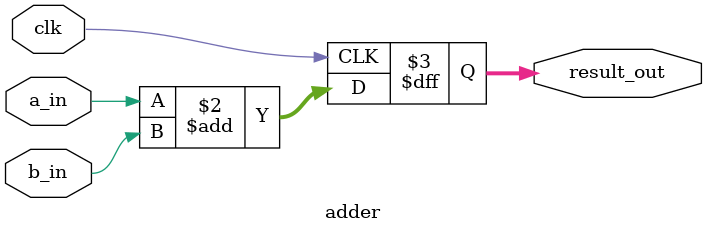
<source format=v>
module adder #(
    parameter N = 1
) (
    input wire clk,
    input wire [N-1:0] a_in, b_in,
    output reg [N  :0] result_out
);

    always @(posedge clk) begin
        result_out <= a_in + b_in;
    end
endmodule
</source>
